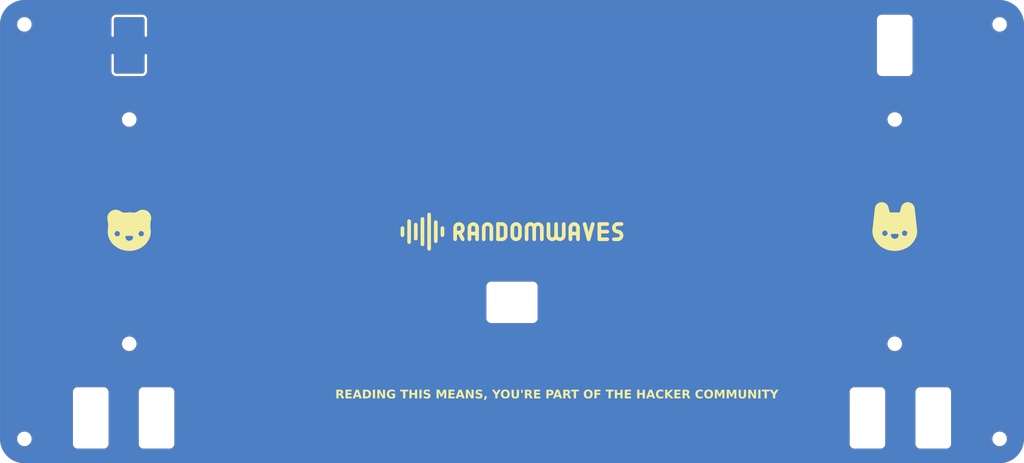
<source format=kicad_pcb>
(kicad_pcb (version 20240108) (generator "pcbnew") (generator_version "8.0")
  (layers (0 "F.Cu" signal) (31 "B.Cu" signal) (34 "B.Paste" user) (35 "F.Paste" user) (36 "B.SilkS" user "B.Silkscreen") (37 "F.SilkS" user "F.Silkscreen") (38 "B.Mask" user) (39 "F.Mask" user) (44 "Edge.Cuts" user))
  (net 0 "")
  (footprint "" (layer "F.Cu") (at 48.5011 147.5036)
    (property "Reference" "@HOLE1" (hide yes))
    (property "Value" "")
    (pad "" np_thru_hole circle (at 0 0) (size 2.5 2.5) (drill 2.5) (layers "*.Cu" "*.Mask"))
  )
  (footprint "" (layer "F.Cu") (at 48.5011 62.5036)
    (property "Reference" "@HOLE0" (hide yes))
    (property "Value" "")
    (pad "" np_thru_hole circle (at 0 0) (size 2.5 2.5) (drill 2.5) (layers "*.Cu" "*.Mask"))
  )
  (footprint "" (layer "F.Cu") (at 248.5011 147.5036)
    (property "Reference" "@HOLE3" (hide yes))
    (property "Value" "")
    (pad "" np_thru_hole circle (at 0 0) (size 2.5 2.5) (drill 2.5) (layers "*.Cu" "*.Mask"))
  )
  (footprint "" (layer "F.Cu") (at 248.5011 62.5036)
    (property "Reference" "@HOLE2" (hide yes))
    (property "Value" "")
    (pad "" np_thru_hole circle (at 0 0) (size 2.5 2.5) (drill 2.5) (layers "*.Cu" "*.Mask"))
  )
  (footprint "" (layer "F.Cu") (at 70.0011 82.0036)
    (property "Reference" "@HOLE4" (hide yes))
    (property "Value" "")
    (pad "" np_thru_hole circle (at 0 0) (size 2.5 2.5) (drill 2.5) (layers "*.Cu" "*.Mask"))
  )
  (footprint "" (layer "F.Cu") (at 227.0011 82.0036)
    (property "Reference" "@HOLE7" (hide yes))
    (property "Value" "")
    (pad "" np_thru_hole circle (at 0 0) (size 2.5 2.5) (drill 2.5) (layers "*.Cu" "*.Mask"))
  )
  (footprint "" (layer "F.Cu") (at 227.0011 128.0036)
    (property "Reference" "@HOLE6" (hide yes))
    (property "Value" "")
    (pad "" np_thru_hole circle (at 0 0) (size 2.5 2.5) (drill 2.5) (layers "*.Cu" "*.Mask"))
  )
  (footprint "" (layer "F.Cu") (at 70.0011 128.0036)
    (property "Reference" "@HOLE5" (hide yes))
    (property "Value" "")
    (pad "" np_thru_hole circle (at 0 0) (size 2.5 2.5) (drill 2.5) (layers "*.Cu" "*.Mask"))
  )
  (gr_arc (start 148.56144 104.222369) (mid 149.342715 103.441094) (end 150.12399 104.222369) (stroke (width 0.75)) (layer "F.SilkS"))
  (gr_line (start 160.475559 105.394218) (end 162.03799 105.394218) (stroke (width 0.75)) (layer "F.SilkS"))
  (gr_line (start 163.386631 103.4411) (end 164.223959 106.566068) (stroke (width 0.75)) (layer "F.SilkS"))
  (gr_line (start 145.631819 103.44116) (end 146.412982 103.44116) (stroke (width 0.75)) (layer "F.SilkS"))
  (gr_line (start 142.70215 106.56604) (end 142.702069 104.222369) (stroke (width 0.75)) (layer "F.SilkS"))
  (gr_arc (start 138.405191 104.417619) (mid 138.207121 104.937486) (end 137.713342 105.193759) (stroke (width 0.75)) (layer "F.SilkS"))
  (gr_arc (start 157.545881 105.784618) (mid 156.764611 106.565888) (end 155.983341 105.784618) (stroke (width 0.75)) (layer "F.SilkS"))
  (gr_line (start 148.56144 105.784831) (end 148.56144 104.222369) (stroke (width 0.75)) (layer "F.SilkS"))
  (gr_arc (start 146.412982 103.44116) (mid 146.965423 103.66999) (end 147.194251 104.222433) (stroke (width 0.75)) (layer "F.SilkS"))
  (gr_line (start 166.409881 106.56605) (end 166.409859 103.44116) (stroke (width 0.75)) (layer "F.SilkS"))
  (gr_line (start 138.405191 104.222369) (end 138.405191 104.417619) (stroke (width 0.75)) (layer "F.SilkS"))
  (gr_line (start 151.491218 106.56604) (end 151.49114 104.222369) (stroke (width 0.75)) (layer "F.SilkS"))
  (gr_line (start 139.77246 106.56604) (end 139.772382 104.222369) (stroke (width 0.75)) (layer "F.SilkS"))
  (gr_line (start 166.409868 105.003609) (end 168.037431 105.003609) (stroke (width 0.75)) (layer "F.SilkS"))
  (gr_line (start 166.409859 103.44116) (end 168.037418 103.44116) (stroke (width 0.75)) (layer "F.SilkS"))
  (gr_arc (start 150.12399 105.784831) (mid 149.342715 106.566106) (end 148.56144 105.784831) (stroke (width 0.75)) (layer "F.SilkS"))
  (gr_line (start 137.62391 105.19889) (end 136.842719 105.19889) (stroke (width 0.75)) (layer "F.SilkS"))
  (gr_line (start 134.238482 104.287432) (end 134.238482 105.719768) (stroke (width 0.75)) (layer "F.SilkS"))
  (gr_line (start 150.12399 104.222369) (end 150.12399 105.784831) (stroke (width 0.75)) (layer "F.SilkS"))
  (gr_line (start 145.631819 106.56604) (end 145.631819 103.44116) (stroke (width 0.75)) (layer "F.SilkS"))
  (gr_line (start 153.05369 104.222369) (end 153.05365 106.56604) (stroke (width 0.75)) (layer "F.SilkS"))
  (gr_line (start 136.842719 106.56604) (end 136.842641 104.222369) (stroke (width 0.75)) (layer "F.SilkS"))
  (gr_arc (start 153.05359 104.222519) (mid 153.834865 103.441244) (end 154.61614 104.222519) (stroke (width 0.75)) (layer "F.SilkS"))
  (gr_line (start 157.54579 105.784768) (end 157.545831 103.4411) (stroke (width 0.75)) (layer "F.SilkS"))
  (gr_arc (start 147.19425 105.784768) (mid 146.965422 106.33721) (end 146.412981 106.566039) (stroke (width 0.75)) (layer "F.SilkS"))
  (gr_arc (start 160.47549 104.222369) (mid 161.256765 103.441094) (end 162.03804 104.222369) (stroke (width 0.75)) (layer "F.SilkS"))
  (gr_line (start 154.61614 104.222519) (end 154.616109 106.56619) (stroke (width 0.75)) (layer "F.SilkS"))
  (gr_arc (start 142.702069 104.222369) (mid 143.483339 103.441099) (end 144.264609 104.222369) (stroke (width 0.75)) (layer "F.SilkS"))
  (gr_line (start 132.87125 103.050691) (end 132.87125 106.957059) (stroke (width 0.75)) (layer "F.SilkS"))
  (gr_arc (start 136.842641 104.222369) (mid 137.623916 103.441094) (end 138.405191 104.222369) (stroke (width 0.75)) (layer "F.SilkS"))
  (gr_arc (start 137.713341 105.193759) (mid 137.668699 105.197607) (end 137.62391 105.19889) (stroke (width 0.75)) (layer "F.SilkS"))
  (gr_line (start 144.26461 104.222369) (end 144.264582 106.56604) (stroke (width 0.75)) (layer "F.SilkS"))
  (gr_line (start 128.769569 103.57125) (end 128.769569 106.435918) (stroke (width 0.75)) (layer "F.SilkS"))
  (gr_line (start 131.504019 101.488241) (end 131.504019 108.5197) (stroke (width 0.75)) (layer "F.SilkS"))
  (gr_line (start 146.412982 106.56604) (end 145.631819 106.56604) (stroke (width 0.75)) (layer "F.SilkS"))
  (gr_arc (start 170.185859 105.00361) (mid 170.967088 105.784839) (end 170.185859 106.566068) (stroke (width 0.75)) (layer "F.SilkS"))
  (gr_line (start 130.136791 102.399632) (end 130.136791 107.608118) (stroke (width 0.75)) (layer "F.SilkS"))
  (gr_line (start 139.77245 105.394218) (end 141.334882 105.394218) (stroke (width 0.75)) (layer "F.SilkS"))
  (gr_line (start 137.713341 105.193759) (end 138.40386 106.56604) (stroke (width 0.75)) (layer "F.SilkS"))
  (gr_line (start 160.475581 106.56604) (end 160.47549 104.222369) (stroke (width 0.75)) (layer "F.SilkS"))
  (gr_line (start 141.334932 104.222369) (end 141.334891 106.56604) (stroke (width 0.75)) (layer "F.SilkS"))
  (gr_line (start 126.03511 104.287432) (end 126.03511 105.719768) (stroke (width 0.75)) (layer "F.SilkS"))
  (gr_line (start 127.402341 102.855382) (end 127.402341 107.152381) (stroke (width 0.75)) (layer "F.SilkS"))
  (gr_arc (start 159.10834 105.784768) (mid 158.327065 106.566043) (end 157.54579 105.784768) (stroke (width 0.75)) (layer "F.SilkS"))
  (gr_line (start 169.40465 106.566068) (end 170.185859 106.566068) (stroke (width 0.75)) (layer "F.SilkS"))
  (gr_arc (start 151.49114 104.222369) (mid 152.272415 103.441094) (end 153.05369 104.222369) (stroke (width 0.75)) (layer "F.SilkS"))
  (gr_line (start 159.108259 103.4411) (end 159.10834 105.784768) (stroke (width 0.75)) (layer "F.SilkS"))
  (gr_line (start 164.223959 106.566068) (end 165.06129 103.4411) (stroke (width 0.75)) (layer "F.SilkS"))
  (gr_line (start 162.03804 104.222369) (end 162.038009 106.56604) (stroke (width 0.75)) (layer "F.SilkS"))
  (gr_line (start 168.037418 106.566068) (end 166.409881 106.56605) (stroke (width 0.75)) (layer "F.SilkS"))
  (gr_line (start 147.19425 104.222432) (end 147.19425 105.784768) (stroke (width 0.75)) (layer "F.SilkS"))
  (gr_arc (start 139.772382 104.222369) (mid 140.553657 103.441094) (end 141.334932 104.222369) (stroke (width 0.75)) (layer "F.SilkS"))
  (gr_arc (start 170.185859 105.003609) (mid 169.404634 104.222384) (end 170.185859 103.441159) (stroke (width 0.75)) (layer "F.SilkS"))
  (gr_line (start 155.98334 105.784618) (end 155.983368 103.44095) (stroke (width 0.75)) (layer "F.SilkS"))
  (gr_line (start 170.185859 103.44116) (end 170.96709 103.44116) (stroke (width 0.75)) (layer "F.SilkS"))
  (gr_line (start 144.2511 123.7536) (end 152.7511 123.7536) (stroke (width 0.01)) (layer "Edge.Cuts"))
  (gr_arc (start 225.0511 148.5036) (mid 224.758207 149.210707) (end 224.0511 149.5036) (stroke (width 0.01)) (layer "Edge.Cuts"))
  (gr_line (start 229.6511 60.5036) (end 224.3511 60.5036) (stroke (width 0.01)) (layer "Edge.Cuts"))
  (gr_line (start 72.6511 60.5036) (end 67.3511 60.5036) (stroke (width 0.01)) (layer "Edge.Cuts"))
  (gr_line (start 59.4511 149.5036) (end 64.7511 149.5036) (stroke (width 0.01)) (layer "Edge.Cuts"))
  (gr_arc (start 79.2511 148.5036) (mid 78.958207 149.210707) (end 78.2511 149.5036) (stroke (width 0.01)) (layer "Edge.Cuts"))
  (gr_line (start 65.7511 148.5036) (end 65.7511 137.9036) (stroke (width 0.01)) (layer "Edge.Cuts"))
  (gr_arc (start 48.5011 152.5036) (mid 44.965566 151.039134) (end 43.5011 147.5036) (stroke (width 0.01)) (layer "Edge.Cuts"))
  (gr_line (start 72.6511 73.1036) (end 67.3511 73.1036) (stroke (width 0.01)) (layer "Edge.Cuts"))
  (gr_arc (start 232.2511 149.5036) (mid 231.543993 149.210707) (end 231.2511 148.5036) (stroke (width 0.01)) (layer "Edge.Cuts"))
  (gr_line (start 248.5011 57.5036) (end 48.5011 57.5036) (stroke (width 0.01)) (layer "Edge.Cuts"))
  (gr_arc (start 71.9511 137.9036) (mid 72.243993 137.196493) (end 72.9511 136.9036) (stroke (width 0.01)) (layer "Edge.Cuts"))
  (gr_line (start 66.8511 68.8036) (end 66.8511 72.1036) (stroke (width 0.01)) (layer "Edge.Cuts"))
  (gr_line (start 79.2511 148.5036) (end 79.2511 137.9036) (stroke (width 0.01)) (layer "Edge.Cuts"))
  (gr_arc (start 66.8511 64.8036) (mid 66.6011 65.0536) (end 66.3511 64.8036) (stroke (width 0.01)) (layer "Edge.Cuts"))
  (gr_arc (start 231.2511 137.9036) (mid 231.543993 137.196493) (end 232.2511 136.9036) (stroke (width 0.01)) (layer "Edge.Cuts"))
  (gr_line (start 253.5011 147.5036) (end 253.5011 62.5036) (stroke (width 0.01)) (layer "Edge.Cuts"))
  (gr_line (start 143.2511 116.2536) (end 143.2511 122.7536) (stroke (width 0.01)) (layer "Edge.Cuts"))
  (gr_arc (start 72.6511 60.5036) (mid 73.358207 60.796493) (end 73.6511 61.5036) (stroke (width 0.01)) (layer "Edge.Cuts"))
  (gr_line (start 64.7511 136.9036) (end 59.4511 136.9036) (stroke (width 0.01)) (layer "Edge.Cuts"))
  (gr_arc (start 58.4511 137.9036) (mid 58.743993 137.196493) (end 59.4511 136.9036) (stroke (width 0.01)) (layer "Edge.Cuts"))
  (gr_arc (start 248.5011 57.5036) (mid 252.036634 58.968066) (end 253.5011 62.5036) (stroke (width 0.01)) (layer "Edge.Cuts"))
  (gr_line (start 230.6511 72.1036) (end 230.6511 61.5036) (stroke (width 0.01)) (layer "Edge.Cuts"))
  (gr_line (start 71.9511 137.9036) (end 71.9511 148.5036) (stroke (width 0.01)) (layer "Edge.Cuts"))
  (gr_arc (start 153.7511 122.7536) (mid 153.458207 123.460707) (end 152.7511 123.7536) (stroke (width 0.01)) (layer "Edge.Cuts"))
  (gr_arc (start 218.7511 149.5036) (mid 218.043993 149.210707) (end 217.7511 148.5036) (stroke (width 0.01)) (layer "Edge.Cuts"))
  (gr_arc (start 73.1511 72.1036) (mid 73.004653 72.457153) (end 72.6511 72.6036) (stroke (width 0.01)) (layer "Edge.Cuts"))
  (gr_arc (start 152.7511 115.2536) (mid 153.458207 115.546493) (end 153.7511 116.2536) (stroke (width 0.01)) (layer "Edge.Cuts"))
  (gr_arc (start 217.7511 137.9036) (mid 218.043993 137.196493) (end 218.7511 136.9036) (stroke (width 0.01)) (layer "Edge.Cuts"))
  (gr_line (start 73.1511 61.5036) (end 73.1511 64.8036) (stroke (width 0.01)) (layer "Edge.Cuts"))
  (gr_line (start 67.3511 61.0036) (end 72.6511 61.0036) (stroke (width 0.01)) (layer "Edge.Cuts"))
  (gr_arc (start 144.2511 123.7536) (mid 143.543993 123.460707) (end 143.2511 122.7536) (stroke (width 0.01)) (layer "Edge.Cuts"))
  (gr_arc (start 230.6511 72.1036) (mid 230.358207 72.810707) (end 229.6511 73.1036) (stroke (width 0.01)) (layer "Edge.Cuts"))
  (gr_line (start 73.1511 72.1036) (end 73.1511 68.8036) (stroke (width 0.01)) (layer "Edge.Cuts"))
  (gr_arc (start 66.8511 61.5036) (mid 66.997547 61.150047) (end 67.3511 61.0036) (stroke (width 0.01)) (layer "Edge.Cuts"))
  (gr_arc (start 72.6511 61.0036) (mid 73.004653 61.150047) (end 73.1511 61.5036) (stroke (width 0.01)) (layer "Edge.Cuts"))
  (gr_arc (start 64.7511 136.9036) (mid 65.458207 137.196493) (end 65.7511 137.9036) (stroke (width 0.01)) (layer "Edge.Cuts"))
  (gr_arc (start 66.3511 61.5036) (mid 66.643993 60.796493) (end 67.3511 60.5036) (stroke (width 0.01)) (layer "Edge.Cuts"))
  (gr_arc (start 72.9511 149.5036) (mid 72.243993 149.210707) (end 71.9511 148.5036) (stroke (width 0.01)) (layer "Edge.Cuts"))
  (gr_line (start 223.3511 61.5036) (end 223.3511 72.1036) (stroke (width 0.01)) (layer "Edge.Cuts"))
  (gr_line (start 78.2511 136.9036) (end 72.9511 136.9036) (stroke (width 0.01)) (layer "Edge.Cuts"))
  (gr_line (start 237.5511 149.5036) (end 232.2511 149.5036) (stroke (width 0.01)) (layer "Edge.Cuts"))
  (gr_line (start 58.4511 137.9036) (end 58.4511 148.5036) (stroke (width 0.01)) (layer "Edge.Cuts"))
  (gr_line (start 231.2511 148.5036) (end 231.2511 137.9036) (stroke (width 0.01)) (layer "Edge.Cuts"))
  (gr_line (start 218.7511 136.9036) (end 224.0511 136.9036) (stroke (width 0.01)) (layer "Edge.Cuts"))
  (gr_line (start 67.3511 72.6036) (end 72.6511 72.6036) (stroke (width 0.01)) (layer "Edge.Cuts"))
  (gr_line (start 66.3511 72.1036) (end 66.3511 68.8036) (stroke (width 0.01)) (layer "Edge.Cuts"))
  (gr_arc (start 59.4511 149.5036) (mid 58.743993 149.210707) (end 58.4511 148.5036) (stroke (width 0.01)) (layer "Edge.Cuts"))
  (gr_line (start 224.0511 149.5036) (end 218.7511 149.5036) (stroke (width 0.01)) (layer "Edge.Cuts"))
  (gr_arc (start 78.2511 136.9036) (mid 78.958207 137.196493) (end 79.2511 137.9036) (stroke (width 0.01)) (layer "Edge.Cuts"))
  (gr_arc (start 224.0511 136.9036) (mid 224.758207 137.196493) (end 225.0511 137.9036) (stroke (width 0.01)) (layer "Edge.Cuts"))
  (gr_arc (start 73.6511 72.1036) (mid 73.358207 72.810707) (end 72.6511 73.1036) (stroke (width 0.01)) (layer "Edge.Cuts"))
  (gr_arc (start 67.3511 72.6036) (mid 66.997547 72.457153) (end 66.8511 72.1036) (stroke (width 0.01)) (layer "Edge.Cuts"))
  (gr_line (start 73.6511 68.8036) (end 73.6511 72.1036) (stroke (width 0.01)) (layer "Edge.Cuts"))
  (gr_line (start 153.7511 122.7536) (end 153.7511 116.2536) (stroke (width 0.01)) (layer "Edge.Cuts"))
  (gr_arc (start 43.5011 62.5036) (mid 44.965566 58.968066) (end 48.5011 57.5036) (stroke (width 0.01)) (layer "Edge.Cuts"))
  (gr_line (start 73.6511 64.8036) (end 73.6511 61.5036) (stroke (width 0.01)) (layer "Edge.Cuts"))
  (gr_line (start 238.5511 137.9036) (end 238.5511 148.5036) (stroke (width 0.01)) (layer "Edge.Cuts"))
  (gr_arc (start 66.3511 68.8036) (mid 66.6011 68.5536) (end 66.8511 68.8036) (stroke (width 0.01)) (layer "Edge.Cuts"))
  (gr_arc (start 253.5011 147.5036) (mid 252.036634 151.039134) (end 248.5011 152.5036) (stroke (width 0.01)) (layer "Edge.Cuts"))
  (gr_line (start 48.5011 152.5036) (end 248.5011 152.5036) (stroke (width 0.01)) (layer "Edge.Cuts"))
  (gr_line (start 72.9511 149.5036) (end 78.2511 149.5036) (stroke (width 0.01)) (layer "Edge.Cuts"))
  (gr_arc (start 143.2511 116.2536) (mid 143.543993 115.546493) (end 144.2511 115.2536) (stroke (width 0.01)) (layer "Edge.Cuts"))
  (gr_line (start 152.7511 115.2536) (end 144.2511 115.2536) (stroke (width 0.01)) (layer "Edge.Cuts"))
  (gr_line (start 66.3511 61.5036) (end 66.3511 64.8036) (stroke (width 0.01)) (layer "Edge.Cuts"))
  (gr_line (start 232.2511 136.9036) (end 237.5511 136.9036) (stroke (width 0.01)) (layer "Edge.Cuts"))
  (gr_line (start 225.0511 137.9036) (end 225.0511 148.5036) (stroke (width 0.01)) (layer "Edge.Cuts"))
  (gr_arc (start 238.5511 148.5036) (mid 238.258207 149.210707) (end 237.5511 149.5036) (stroke (width 0.01)) (layer "Edge.Cuts"))
  (gr_line (start 66.8511 64.8036) (end 66.8511 61.5036) (stroke (width 0.01)) (layer "Edge.Cuts"))
  (gr_line (start 217.7511 148.5036) (end 217.7511 137.9036) (stroke (width 0.01)) (layer "Edge.Cuts"))
  (gr_arc (start 223.3511 61.5036) (mid 223.643993 60.796493) (end 224.3511 60.5036) (stroke (width 0.01)) (layer "Edge.Cuts"))
  (gr_arc (start 237.5511 136.9036) (mid 238.258207 137.196493) (end 238.5511 137.9036) (stroke (width 0.01)) (layer "Edge.Cuts"))
  (gr_arc (start 229.6511 60.5036) (mid 230.358207 60.796493) (end 230.6511 61.5036) (stroke (width 0.01)) (layer "Edge.Cuts"))
  (gr_arc (start 224.3511 73.1036) (mid 223.643993 72.810707) (end 223.3511 72.1036) (stroke (width 0.01)) (layer "Edge.Cuts"))
  (gr_arc (start 73.6511 64.8036) (mid 73.4011 65.0536) (end 73.1511 64.8036) (stroke (width 0.01)) (layer "Edge.Cuts"))
  (gr_arc (start 65.7511 148.5036) (mid 65.458207 149.210707) (end 64.7511 149.5036) (stroke (width 0.01)) (layer "Edge.Cuts"))
  (gr_arc (start 67.3511 73.1036) (mid 66.643993 72.810707) (end 66.3511 72.1036) (stroke (width 0.01)) (layer "Edge.Cuts"))
  (gr_line (start 224.3511 73.1036) (end 229.6511 73.1036) (stroke (width 0.01)) (layer "Edge.Cuts"))
  (gr_arc (start 73.1511 68.8036) (mid 73.4011 68.5536) (end 73.6511 68.8036) (stroke (width 0.01)) (layer "Edge.Cuts"))
  (gr_line (start 43.5011 62.5036) (end 43.5011 147.5036) (stroke (width 0.01)) (layer "Edge.Cuts"))
  (gr_text "READING THIS MEANS, YOU'RE PART OF THE HACKER COMMUNITY" (at 112.25 139.5 0) (layer "F.SilkS") (effects (font (size 1.75 1.75) (thickness 0.3) (bold yes)) (justify left bottom)))
  (zone (net 0) (net_name "") (layer "F.Cu") (priority 6) (connect_pads (clearance 0.254)) (min_thickness 0.025) (fill yes (thermal_gap 0.075) (thermal_bridge_width 0.075))
    (polygon (pts (xy 227.651 79.576553) (xy 227.962603 79.682328) (xy 228.257363 79.827687) (xy 228.53063 80.010279) (xy 228.777725 80.226975) (xy 228.994421 80.47407) (xy 229.177013 80.747337) (xy 229.322372 81.042097) (xy 229.428015 81.35331) (xy 229.492132 81.67565) (xy 229.513654 82.004011) (xy 229.428147 82.6535) (xy 229.322372 82.965103) (xy 229.177013 83.259863) (xy 228.994421 83.53313) (xy 228.777725 83.780225) (xy 228.53063 83.996921) (xy 228.257363 84.179513) (xy 227.962603 84.324872) (xy 227.65139 84.430515) (xy 227.32905 84.494632) (xy 227.0011 84.516127) (xy 226.67315 84.494632) (xy 226.35081 84.430515) (xy 226.039597 84.324872) (xy 225.744837 84.179513) (xy 225.47157 83.996921) (xy 225.224475 83.780225) (xy 225.007779 83.53313) (xy 224.825187 83.259863) (xy 224.679828 82.965103) (xy 224.574185 82.65389) (xy 224.510068 82.33155) (xy 224.488573 82.0036) (xy 224.510068 81.67565) (xy 224.574185 81.35331) (xy 224.679828 81.042097) (xy 224.825187 80.747337) (xy 225.007779 80.47407) (xy 225.224475 80.226975) (xy 225.47157 80.010279) (xy 225.744837 79.827687) (xy 226.039597 79.682328) (xy 226.35081 79.576685) (xy 226.67315 79.512568) (xy 227.001511 79.491046)))
  )
  (zone (net 0) (net_name "") (layer "F.Cu") (priority 6) (connect_pads (clearance 0.254)) (min_thickness 0.025) (fill yes (thermal_gap 0.075) (thermal_bridge_width 0.075))
    (polygon (pts (xy 249.151 60.076553) (xy 249.462603 60.182328) (xy 249.757363 60.327687) (xy 250.03063 60.510279) (xy 250.277725 60.726975) (xy 250.494421 60.97407) (xy 250.677013 61.247337) (xy 250.822372 61.542097) (xy 250.928015 61.85331) (xy 250.992132 62.17565) (xy 251.013654 62.504011) (xy 250.928147 63.1535) (xy 250.822372 63.465103) (xy 250.677013 63.759863) (xy 250.494421 64.03313) (xy 250.277725 64.280225) (xy 250.03063 64.496921) (xy 249.757363 64.679513) (xy 249.462603 64.824872) (xy 249.15139 64.930515) (xy 248.82905 64.994632) (xy 248.5011 65.016127) (xy 248.17315 64.994632) (xy 247.85081 64.930515) (xy 247.539597 64.824872) (xy 247.244837 64.679513) (xy 246.97157 64.496921) (xy 246.724475 64.280225) (xy 246.507779 64.03313) (xy 246.325187 63.759863) (xy 246.179828 63.465103) (xy 246.074185 63.15389) (xy 246.010068 62.83155) (xy 245.988573 62.5036) (xy 246.010068 62.17565) (xy 246.074185 61.85331) (xy 246.179828 61.542097) (xy 246.325187 61.247337) (xy 246.507779 60.97407) (xy 246.724475 60.726975) (xy 246.97157 60.510279) (xy 247.244837 60.327687) (xy 247.539597 60.182328) (xy 247.85081 60.076685) (xy 248.17315 60.012568) (xy 248.501511 59.991046)))
  )
  (zone (net 0) (net_name "") (layer "F.Cu") (priority 6) (connect_pads (clearance 0.254)) (min_thickness 0.025) (fill yes (thermal_gap 0.075) (thermal_bridge_width 0.075))
    (polygon (pts (xy 70.651 79.576553) (xy 70.962603 79.682328) (xy 71.257363 79.827687) (xy 71.53063 80.010279) (xy 71.777725 80.226975) (xy 71.994421 80.47407) (xy 72.177013 80.747337) (xy 72.322372 81.042097) (xy 72.428015 81.35331) (xy 72.492132 81.67565) (xy 72.513654 82.004011) (xy 72.428147 82.6535) (xy 72.322372 82.965103) (xy 72.177013 83.259863) (xy 71.994421 83.53313) (xy 71.777725 83.780225) (xy 71.53063 83.996921) (xy 71.257363 84.179513) (xy 70.962603 84.324872) (xy 70.65139 84.430515) (xy 70.32905 84.494632) (xy 70.0011 84.516127) (xy 69.67315 84.494632) (xy 69.35081 84.430515) (xy 69.039597 84.324872) (xy 68.744837 84.179513) (xy 68.47157 83.996921) (xy 68.224475 83.780225) (xy 68.007779 83.53313) (xy 67.825187 83.259863) (xy 67.679828 82.965103) (xy 67.574185 82.65389) (xy 67.510068 82.33155) (xy 67.488573 82.0036) (xy 67.510068 81.67565) (xy 67.574185 81.35331) (xy 67.679828 81.042097) (xy 67.825187 80.747337) (xy 68.007779 80.47407) (xy 68.224475 80.226975) (xy 68.47157 80.010279) (xy 68.744837 79.827687) (xy 69.039597 79.682328) (xy 69.35081 79.576685) (xy 69.67315 79.512568) (xy 70.001511 79.491046)))
  )
  (zone (net 0) (net_name "") (layer "F.Cu") (priority 6) (connect_pads (clearance 0.254)) (min_thickness 0.025) (fill yes (thermal_gap 0.075) (thermal_bridge_width 0.075))
    (polygon (pts (xy 49.151 60.076553) (xy 49.462603 60.182328) (xy 49.757363 60.327687) (xy 50.03063 60.510279) (xy 50.277725 60.726975) (xy 50.494421 60.97407) (xy 50.677013 61.247337) (xy 50.822372 61.542097) (xy 50.928015 61.85331) (xy 50.992132 62.17565) (xy 51.013654 62.504011) (xy 50.928147 63.1535) (xy 50.822372 63.465103) (xy 50.677013 63.759863) (xy 50.494421 64.03313) (xy 50.277725 64.280225) (xy 50.03063 64.496921) (xy 49.757363 64.679513) (xy 49.462603 64.824872) (xy 49.15139 64.930515) (xy 48.82905 64.994632) (xy 48.5011 65.016127) (xy 48.17315 64.994632) (xy 47.85081 64.930515) (xy 47.539597 64.824872) (xy 47.244837 64.679513) (xy 46.97157 64.496921) (xy 46.724475 64.280225) (xy 46.507779 64.03313) (xy 46.325187 63.759863) (xy 46.179828 63.465103) (xy 46.074185 63.15389) (xy 46.010068 62.83155) (xy 45.988573 62.5036) (xy 46.010068 62.17565) (xy 46.074185 61.85331) (xy 46.179828 61.542097) (xy 46.325187 61.247337) (xy 46.507779 60.97407) (xy 46.724475 60.726975) (xy 46.97157 60.510279) (xy 47.244837 60.327687) (xy 47.539597 60.182328) (xy 47.85081 60.076685) (xy 48.17315 60.012568) (xy 48.501511 59.991046)))
  )
  (zone (net 0) (net_name "") (layer "F.Cu") (priority 4) (connect_pads (clearance 0.000001)) (min_thickness 0.025) (fill yes (thermal_gap 0.06) (thermal_bridge_width 0.06))
    (polygon (pts (xy 248.937315 57.517641) (xy 249.37021 57.574632) (xy 249.79649 57.669137) (xy 250.212913 57.800434) (xy 250.616306 57.967525) (xy 251.003602 58.169139) (xy 251.371853 58.40374) (xy 251.718255 58.669544) (xy 252.040173 58.964527) (xy 252.335156 59.286445) (xy 252.60096 59.632847) (xy 252.835561 60.001098) (xy 253.037175 60.388394) (xy 253.204266 60.791787) (xy 253.335563 61.20821) (xy 253.430068 61.63449) (xy 253.487059 62.067385) (xy 253.5061 62.503491) (xy 253.5061 147.503709) (xy 253.487059 147.939815) (xy 253.430068 148.37271) (xy 253.335563 148.79899) (xy 253.204266 149.215413) (xy 253.037175 149.618806) (xy 252.835561 150.006102) (xy 252.60096 150.374353) (xy 252.335156 150.720755) (xy 252.040173 151.042673) (xy 251.718255 151.337656) (xy 251.371853 151.60346) (xy 251.003602 151.838061) (xy 250.616306 152.039675) (xy 250.212913 152.206766) (xy 249.79649 152.338063) (xy 249.37021 152.432568) (xy 248.937315 152.489559) (xy 248.501209 152.5086) (xy 48.500991 152.5086) (xy 48.064885 152.489559) (xy 47.63199 152.432568) (xy 47.20571 152.338063) (xy 46.789287 152.206766) (xy 46.385894 152.039675) (xy 45.998598 151.838061) (xy 45.630347 151.60346) (xy 45.283945 151.337656) (xy 44.962027 151.042673) (xy 44.667044 150.720755) (xy 44.40124 150.374353) (xy 44.166639 150.006102) (xy 43.965025 149.618806) (xy 43.797934 149.215413) (xy 43.666637 148.79899) (xy 43.572132 148.37271) (xy 43.515141 147.939815) (xy 43.4961 147.503709) (xy 43.4961 62.503491) (xy 43.515141 62.067385) (xy 43.572132 61.63449) (xy 43.666637 61.20821) (xy 43.797934 60.791787) (xy 43.965025 60.388394) (xy 44.166639 60.001098) (xy 44.40124 59.632847) (xy 44.667044 59.286445) (xy 44.962027 58.964527) (xy 45.283945 58.669544) (xy 45.630347 58.40374) (xy 45.998598 58.169139) (xy 46.385894 57.967525) (xy 46.789287 57.800434) (xy 47.20571 57.669137) (xy 47.63199 57.574632) (xy 48.064885 57.517641) (xy 48.500991 57.4986) (xy 248.501209 57.4986)))
  )
  (zone (net 0) (net_name "") (layer "F.Cu") (priority 6) (connect_pads (clearance 0.254)) (min_thickness 0.025) (fill yes (thermal_gap 0.075) (thermal_bridge_width 0.075))
    (polygon (pts (xy 227.651 125.576553) (xy 227.962603 125.682328) (xy 228.257363 125.827687) (xy 228.53063 126.010279) (xy 228.777725 126.226975) (xy 228.994421 126.47407) (xy 229.177013 126.747337) (xy 229.322372 127.042097) (xy 229.428015 127.35331) (xy 229.492132 127.67565) (xy 229.513654 128.004011) (xy 229.428147 128.6535) (xy 229.322372 128.965103) (xy 229.177013 129.259863) (xy 228.994421 129.53313) (xy 228.777725 129.780225) (xy 228.53063 129.996921) (xy 228.257363 130.179513) (xy 227.962603 130.324872) (xy 227.65139 130.430515) (xy 227.32905 130.494632) (xy 227.0011 130.516127) (xy 226.67315 130.494632) (xy 226.35081 130.430515) (xy 226.039597 130.324872) (xy 225.744837 130.179513) (xy 225.47157 129.996921) (xy 225.224475 129.780225) (xy 225.007779 129.53313) (xy 224.825187 129.259863) (xy 224.679828 128.965103) (xy 224.574185 128.65389) (xy 224.510068 128.33155) (xy 224.488573 128.0036) (xy 224.510068 127.67565) (xy 224.574185 127.35331) (xy 224.679828 127.042097) (xy 224.825187 126.747337) (xy 225.007779 126.47407) (xy 225.224475 126.226975) (xy 225.47157 126.010279) (xy 225.744837 125.827687) (xy 226.039597 125.682328) (xy 226.35081 125.576685) (xy 226.67315 125.512568) (xy 227.001511 125.491046)))
  )
  (zone (net 0) (net_name "") (layer "F.Cu") (priority 6) (connect_pads (clearance 0.254)) (min_thickness 0.025) (fill yes (thermal_gap 0.075) (thermal_bridge_width 0.075))
    (polygon (pts (xy 49.151 145.076553) (xy 49.462603 145.182328) (xy 49.757363 145.327687) (xy 50.03063 145.510279) (xy 50.277725 145.726975) (xy 50.494421 145.97407) (xy 50.677013 146.247337) (xy 50.822372 146.542097) (xy 50.928015 146.85331) (xy 50.992132 147.17565) (xy 51.013654 147.504011) (xy 50.928147 148.1535) (xy 50.822372 148.465103) (xy 50.677013 148.759863) (xy 50.494421 149.03313) (xy 50.277725 149.280225) (xy 50.03063 149.496921) (xy 49.757363 149.679513) (xy 49.462603 149.824872) (xy 49.15139 149.930515) (xy 48.82905 149.994632) (xy 48.5011 150.016127) (xy 48.17315 149.994632) (xy 47.85081 149.930515) (xy 47.539597 149.824872) (xy 47.244837 149.679513) (xy 46.97157 149.496921) (xy 46.724475 149.280225) (xy 46.507779 149.03313) (xy 46.325187 148.759863) (xy 46.179828 148.465103) (xy 46.074185 148.15389) (xy 46.010068 147.83155) (xy 45.988573 147.5036) (xy 46.010068 147.17565) (xy 46.074185 146.85331) (xy 46.179828 146.542097) (xy 46.325187 146.247337) (xy 46.507779 145.97407) (xy 46.724475 145.726975) (xy 46.97157 145.510279) (xy 47.244837 145.327687) (xy 47.539597 145.182328) (xy 47.85081 145.076685) (xy 48.17315 145.012568) (xy 48.501511 144.991046)))
  )
  (zone (net 0) (net_name "") (layer "F.Cu") (priority 6) (connect_pads (clearance 0.254)) (min_thickness 0.025) (fill yes (thermal_gap 0.075) (thermal_bridge_width 0.075))
    (polygon (pts (xy 249.151 145.076553) (xy 249.462603 145.182328) (xy 249.757363 145.327687) (xy 250.03063 145.510279) (xy 250.277725 145.726975) (xy 250.494421 145.97407) (xy 250.677013 146.247337) (xy 250.822372 146.542097) (xy 250.928015 146.85331) (xy 250.992132 147.17565) (xy 251.013654 147.504011) (xy 250.928147 148.1535) (xy 250.822372 148.465103) (xy 250.677013 148.759863) (xy 250.494421 149.03313) (xy 250.277725 149.280225) (xy 250.03063 149.496921) (xy 249.757363 149.679513) (xy 249.462603 149.824872) (xy 249.15139 149.930515) (xy 248.82905 149.994632) (xy 248.5011 150.016127) (xy 248.17315 149.994632) (xy 247.85081 149.930515) (xy 247.539597 149.824872) (xy 247.244837 149.679513) (xy 246.97157 149.496921) (xy 246.724475 149.280225) (xy 246.507779 149.03313) (xy 246.325187 148.759863) (xy 246.179828 148.465103) (xy 246.074185 148.15389) (xy 246.010068 147.83155) (xy 245.988573 147.5036) (xy 246.010068 147.17565) (xy 246.074185 146.85331) (xy 246.179828 146.542097) (xy 246.325187 146.247337) (xy 246.507779 145.97407) (xy 246.724475 145.726975) (xy 246.97157 145.510279) (xy 247.244837 145.327687) (xy 247.539597 145.182328) (xy 247.85081 145.076685) (xy 248.17315 145.012568) (xy 248.501511 144.991046)))
  )
  (zone (net 0) (net_name "") (layer "F.Cu") (priority 6) (connect_pads (clearance 0.254)) (min_thickness 0.025) (fill yes (thermal_gap 0.075) (thermal_bridge_width 0.075))
    (polygon (pts (xy 70.651 125.576553) (xy 70.962603 125.682328) (xy 71.257363 125.827687) (xy 71.53063 126.010279) (xy 71.777725 126.226975) (xy 71.994421 126.47407) (xy 72.177013 126.747337) (xy 72.322372 127.042097) (xy 72.428015 127.35331) (xy 72.492132 127.67565) (xy 72.513654 128.004011) (xy 72.428147 128.6535) (xy 72.322372 128.965103) (xy 72.177013 129.259863) (xy 71.994421 129.53313) (xy 71.777725 129.780225) (xy 71.53063 129.996921) (xy 71.257363 130.179513) (xy 70.962603 130.324872) (xy 70.65139 130.430515) (xy 70.32905 130.494632) (xy 70.0011 130.516127) (xy 69.67315 130.494632) (xy 69.35081 130.430515) (xy 69.039597 130.324872) (xy 68.744837 130.179513) (xy 68.47157 129.996921) (xy 68.224475 129.780225) (xy 68.007779 129.53313) (xy 67.825187 129.259863) (xy 67.679828 128.965103) (xy 67.574185 128.65389) (xy 67.510068 128.33155) (xy 67.488573 128.0036) (xy 67.510068 127.67565) (xy 67.574185 127.35331) (xy 67.679828 127.042097) (xy 67.825187 126.747337) (xy 68.007779 126.47407) (xy 68.224475 126.226975) (xy 68.47157 126.010279) (xy 68.744837 125.827687) (xy 69.039597 125.682328) (xy 69.35081 125.576685) (xy 69.67315 125.512568) (xy 70.001511 125.491046)))
  )
  (zone (net 0) (net_name "") (layer "B.Cu") (priority 6) (connect_pads (clearance 0.254)) (min_thickness 0.025) (fill yes (thermal_gap 0.075) (thermal_bridge_width 0.075))
    (polygon (pts (xy 49.151 60.076553) (xy 49.462603 60.182328) (xy 49.757363 60.327687) (xy 50.03063 60.510279) (xy 50.277725 60.726975) (xy 50.494421 60.97407) (xy 50.677013 61.247337) (xy 50.822372 61.542097) (xy 50.928015 61.85331) (xy 50.992132 62.17565) (xy 51.013654 62.504011) (xy 50.928147 63.1535) (xy 50.822372 63.465103) (xy 50.677013 63.759863) (xy 50.494421 64.03313) (xy 50.277725 64.280225) (xy 50.03063 64.496921) (xy 49.757363 64.679513) (xy 49.462603 64.824872) (xy 49.15139 64.930515) (xy 48.82905 64.994632) (xy 48.5011 65.016127) (xy 48.17315 64.994632) (xy 47.85081 64.930515) (xy 47.539597 64.824872) (xy 47.244837 64.679513) (xy 46.97157 64.496921) (xy 46.724475 64.280225) (xy 46.507779 64.03313) (xy 46.325187 63.759863) (xy 46.179828 63.465103) (xy 46.074185 63.15389) (xy 46.010068 62.83155) (xy 45.988573 62.5036) (xy 46.010068 62.17565) (xy 46.074185 61.85331) (xy 46.179828 61.542097) (xy 46.325187 61.247337) (xy 46.507779 60.97407) (xy 46.724475 60.726975) (xy 46.97157 60.510279) (xy 47.244837 60.327687) (xy 47.539597 60.182328) (xy 47.85081 60.076685) (xy 48.17315 60.012568) (xy 48.501511 59.991046)))
  )
  (zone (net 0) (net_name "") (layer "B.Cu") (priority 6) (connect_pads (clearance 0.254)) (min_thickness 0.025) (fill yes (thermal_gap 0.075) (thermal_bridge_width 0.075))
    (polygon (pts (xy 227.651 125.576553) (xy 227.962603 125.682328) (xy 228.257363 125.827687) (xy 228.53063 126.010279) (xy 228.777725 126.226975) (xy 228.994421 126.47407) (xy 229.177013 126.747337) (xy 229.322372 127.042097) (xy 229.428015 127.35331) (xy 229.492132 127.67565) (xy 229.513654 128.004011) (xy 229.428147 128.6535) (xy 229.322372 128.965103) (xy 229.177013 129.259863) (xy 228.994421 129.53313) (xy 228.777725 129.780225) (xy 228.53063 129.996921) (xy 228.257363 130.179513) (xy 227.962603 130.324872) (xy 227.65139 130.430515) (xy 227.32905 130.494632) (xy 227.0011 130.516127) (xy 226.67315 130.494632) (xy 226.35081 130.430515) (xy 226.039597 130.324872) (xy 225.744837 130.179513) (xy 225.47157 129.996921) (xy 225.224475 129.780225) (xy 225.007779 129.53313) (xy 224.825187 129.259863) (xy 224.679828 128.965103) (xy 224.574185 128.65389) (xy 224.510068 128.33155) (xy 224.488573 128.0036) (xy 224.510068 127.67565) (xy 224.574185 127.35331) (xy 224.679828 127.042097) (xy 224.825187 126.747337) (xy 225.007779 126.47407) (xy 225.224475 126.226975) (xy 225.47157 126.010279) (xy 225.744837 125.827687) (xy 226.039597 125.682328) (xy 226.35081 125.576685) (xy 226.67315 125.512568) (xy 227.001511 125.491046)))
  )
  (zone (net 0) (net_name "") (layer "B.Cu") (priority 6) (connect_pads (clearance 0.254)) (min_thickness 0.025) (fill yes (thermal_gap 0.075) (thermal_bridge_width 0.075))
    (polygon (pts (xy 249.151 60.076553) (xy 249.462603 60.182328) (xy 249.757363 60.327687) (xy 250.03063 60.510279) (xy 250.277725 60.726975) (xy 250.494421 60.97407) (xy 250.677013 61.247337) (xy 250.822372 61.542097) (xy 250.928015 61.85331) (xy 250.992132 62.17565) (xy 251.013654 62.504011) (xy 250.928147 63.1535) (xy 250.822372 63.465103) (xy 250.677013 63.759863) (xy 250.494421 64.03313) (xy 250.277725 64.280225) (xy 250.03063 64.496921) (xy 249.757363 64.679513) (xy 249.462603 64.824872) (xy 249.15139 64.930515) (xy 248.82905 64.994632) (xy 248.5011 65.016127) (xy 248.17315 64.994632) (xy 247.85081 64.930515) (xy 247.539597 64.824872) (xy 247.244837 64.679513) (xy 246.97157 64.496921) (xy 246.724475 64.280225) (xy 246.507779 64.03313) (xy 246.325187 63.759863) (xy 246.179828 63.465103) (xy 246.074185 63.15389) (xy 246.010068 62.83155) (xy 245.988573 62.5036) (xy 246.010068 62.17565) (xy 246.074185 61.85331) (xy 246.179828 61.542097) (xy 246.325187 61.247337) (xy 246.507779 60.97407) (xy 246.724475 60.726975) (xy 246.97157 60.510279) (xy 247.244837 60.327687) (xy 247.539597 60.182328) (xy 247.85081 60.076685) (xy 248.17315 60.012568) (xy 248.501511 59.991046)))
  )
  (zone (net 0) (net_name "") (layer "B.Cu") (priority 4) (connect_pads (clearance 0.000001)) (min_thickness 0.025) (fill yes (thermal_gap 0.06) (thermal_bridge_width 0.06))
    (polygon (pts (xy 248.937315 57.517641) (xy 249.37021 57.574632) (xy 249.79649 57.669137) (xy 250.212913 57.800434) (xy 250.616306 57.967525) (xy 251.003602 58.169139) (xy 251.371853 58.40374) (xy 251.718255 58.669544) (xy 252.040173 58.964527) (xy 252.335156 59.286445) (xy 252.60096 59.632847) (xy 252.835561 60.001098) (xy 253.037175 60.388394) (xy 253.204266 60.791787) (xy 253.335563 61.20821) (xy 253.430068 61.63449) (xy 253.487059 62.067385) (xy 253.5061 62.503491) (xy 253.5061 147.503709) (xy 253.487059 147.939815) (xy 253.430068 148.37271) (xy 253.335563 148.79899) (xy 253.204266 149.215413) (xy 253.037175 149.618806) (xy 252.835561 150.006102) (xy 252.60096 150.374353) (xy 252.335156 150.720755) (xy 252.040173 151.042673) (xy 251.718255 151.337656) (xy 251.371853 151.60346) (xy 251.003602 151.838061) (xy 250.616306 152.039675) (xy 250.212913 152.206766) (xy 249.79649 152.338063) (xy 249.37021 152.432568) (xy 248.937315 152.489559) (xy 248.501209 152.5086) (xy 48.500991 152.5086) (xy 48.064885 152.489559) (xy 47.63199 152.432568) (xy 47.20571 152.338063) (xy 46.789287 152.206766) (xy 46.385894 152.039675) (xy 45.998598 151.838061) (xy 45.630347 151.60346) (xy 45.283945 151.337656) (xy 44.962027 151.042673) (xy 44.667044 150.720755) (xy 44.40124 150.374353) (xy 44.166639 150.006102) (xy 43.965025 149.618806) (xy 43.797934 149.215413) (xy 43.666637 148.79899) (xy 43.572132 148.37271) (xy 43.515141 147.939815) (xy 43.4961 147.503709) (xy 43.4961 62.503491) (xy 43.515141 62.067385) (xy 43.572132 61.63449) (xy 43.666637 61.20821) (xy 43.797934 60.791787) (xy 43.965025 60.388394) (xy 44.166639 60.001098) (xy 44.40124 59.632847) (xy 44.667044 59.286445) (xy 44.962027 58.964527) (xy 45.283945 58.669544) (xy 45.630347 58.40374) (xy 45.998598 58.169139) (xy 46.385894 57.967525) (xy 46.789287 57.800434) (xy 47.20571 57.669137) (xy 47.63199 57.574632) (xy 48.064885 57.517641) (xy 48.500991 57.4986) (xy 248.501209 57.4986)))
  )
  (zone (net 0) (net_name "") (layer "B.Cu") (priority 6) (connect_pads (clearance 0.254)) (min_thickness 0.025) (fill yes (thermal_gap 0.075) (thermal_bridge_width 0.075))
    (polygon (pts (xy 70.651 125.576553) (xy 70.962603 125.682328) (xy 71.257363 125.827687) (xy 71.53063 126.010279) (xy 71.777725 126.226975) (xy 71.994421 126.47407) (xy 72.177013 126.747337) (xy 72.322372 127.042097) (xy 72.428015 127.35331) (xy 72.492132 127.67565) (xy 72.513654 128.004011) (xy 72.428147 128.6535) (xy 72.322372 128.965103) (xy 72.177013 129.259863) (xy 71.994421 129.53313) (xy 71.777725 129.780225) (xy 71.53063 129.996921) (xy 71.257363 130.179513) (xy 70.962603 130.324872) (xy 70.65139 130.430515) (xy 70.32905 130.494632) (xy 70.0011 130.516127) (xy 69.67315 130.494632) (xy 69.35081 130.430515) (xy 69.039597 130.324872) (xy 68.744837 130.179513) (xy 68.47157 129.996921) (xy 68.224475 129.780225) (xy 68.007779 129.53313) (xy 67.825187 129.259863) (xy 67.679828 128.965103) (xy 67.574185 128.65389) (xy 67.510068 128.33155) (xy 67.488573 128.0036) (xy 67.510068 127.67565) (xy 67.574185 127.35331) (xy 67.679828 127.042097) (xy 67.825187 126.747337) (xy 68.007779 126.47407) (xy 68.224475 126.226975) (xy 68.47157 126.010279) (xy 68.744837 125.827687) (xy 69.039597 125.682328) (xy 69.35081 125.576685) (xy 69.67315 125.512568) (xy 70.001511 125.491046)))
  )
  (zone (net 0) (net_name "") (layer "B.Cu") (priority 6) (connect_pads (clearance 0.254)) (min_thickness 0.025) (fill yes (thermal_gap 0.075) (thermal_bridge_width 0.075))
    (polygon (pts (xy 70.651 79.576553) (xy 70.962603 79.682328) (xy 71.257363 79.827687) (xy 71.53063 80.010279) (xy 71.777725 80.226975) (xy 71.994421 80.47407) (xy 72.177013 80.747337) (xy 72.322372 81.042097) (xy 72.428015 81.35331) (xy 72.492132 81.67565) (xy 72.513654 82.004011) (xy 72.428147 82.6535) (xy 72.322372 82.965103) (xy 72.177013 83.259863) (xy 71.994421 83.53313) (xy 71.777725 83.780225) (xy 71.53063 83.996921) (xy 71.257363 84.179513) (xy 70.962603 84.324872) (xy 70.65139 84.430515) (xy 70.32905 84.494632) (xy 70.0011 84.516127) (xy 69.67315 84.494632) (xy 69.35081 84.430515) (xy 69.039597 84.324872) (xy 68.744837 84.179513) (xy 68.47157 83.996921) (xy 68.224475 83.780225) (xy 68.007779 83.53313) (xy 67.825187 83.259863) (xy 67.679828 82.965103) (xy 67.574185 82.65389) (xy 67.510068 82.33155) (xy 67.488573 82.0036) (xy 67.510068 81.67565) (xy 67.574185 81.35331) (xy 67.679828 81.042097) (xy 67.825187 80.747337) (xy 68.007779 80.47407) (xy 68.224475 80.226975) (xy 68.47157 80.010279) (xy 68.744837 79.827687) (xy 69.039597 79.682328) (xy 69.35081 79.576685) (xy 69.67315 79.512568) (xy 70.001511 79.491046)))
  )
  (zone (net 0) (net_name "") (layer "B.Cu") (priority 6) (connect_pads (clearance 0.254)) (min_thickness 0.025) (fill yes (thermal_gap 0.075) (thermal_bridge_width 0.075))
    (polygon (pts (xy 227.651 79.576553) (xy 227.962603 79.682328) (xy 228.257363 79.827687) (xy 228.53063 80.010279) (xy 228.777725 80.226975) (xy 228.994421 80.47407) (xy 229.177013 80.747337) (xy 229.322372 81.042097) (xy 229.428015 81.35331) (xy 229.492132 81.67565) (xy 229.513654 82.004011) (xy 229.428147 82.6535) (xy 229.322372 82.965103) (xy 229.177013 83.259863) (xy 228.994421 83.53313) (xy 228.777725 83.780225) (xy 228.53063 83.996921) (xy 228.257363 84.179513) (xy 227.962603 84.324872) (xy 227.65139 84.430515) (xy 227.32905 84.494632) (xy 227.0011 84.516127) (xy 226.67315 84.494632) (xy 226.35081 84.430515) (xy 226.039597 84.324872) (xy 225.744837 84.179513) (xy 225.47157 83.996921) (xy 225.224475 83.780225) (xy 225.007779 83.53313) (xy 224.825187 83.259863) (xy 224.679828 82.965103) (xy 224.574185 82.65389) (xy 224.510068 82.33155) (xy 224.488573 82.0036) (xy 224.510068 81.67565) (xy 224.574185 81.35331) (xy 224.679828 81.042097) (xy 224.825187 80.747337) (xy 225.007779 80.47407) (xy 225.224475 80.226975) (xy 225.47157 80.010279) (xy 225.744837 79.827687) (xy 226.039597 79.682328) (xy 226.35081 79.576685) (xy 226.67315 79.512568) (xy 227.001511 79.491046)))
  )
  (zone (net 0) (net_name "") (layer "B.Cu") (priority 6) (connect_pads (clearance 0.254)) (min_thickness 0.025) (fill yes (thermal_gap 0.075) (thermal_bridge_width 0.075))
    (polygon (pts (xy 49.151 145.076553) (xy 49.462603 145.182328) (xy 49.757363 145.327687) (xy 50.03063 145.510279) (xy 50.277725 145.726975) (xy 50.494421 145.97407) (xy 50.677013 146.247337) (xy 50.822372 146.542097) (xy 50.928015 146.85331) (xy 50.992132 147.17565) (xy 51.013654 147.504011) (xy 50.928147 148.1535) (xy 50.822372 148.465103) (xy 50.677013 148.759863) (xy 50.494421 149.03313) (xy 50.277725 149.280225) (xy 50.03063 149.496921) (xy 49.757363 149.679513) (xy 49.462603 149.824872) (xy 49.15139 149.930515) (xy 48.82905 149.994632) (xy 48.5011 150.016127) (xy 48.17315 149.994632) (xy 47.85081 149.930515) (xy 47.539597 149.824872) (xy 47.244837 149.679513) (xy 46.97157 149.496921) (xy 46.724475 149.280225) (xy 46.507779 149.03313) (xy 46.325187 148.759863) (xy 46.179828 148.465103) (xy 46.074185 148.15389) (xy 46.010068 147.83155) (xy 45.988573 147.5036) (xy 46.010068 147.17565) (xy 46.074185 146.85331) (xy 46.179828 146.542097) (xy 46.325187 146.247337) (xy 46.507779 145.97407) (xy 46.724475 145.726975) (xy 46.97157 145.510279) (xy 47.244837 145.327687) (xy 47.539597 145.182328) (xy 47.85081 145.076685) (xy 48.17315 145.012568) (xy 48.501511 144.991046)))
  )
  (zone (net 0) (net_name "") (layer "B.Cu") (priority 6) (connect_pads (clearance 0.254)) (min_thickness 0.025) (fill yes (thermal_gap 0.075) (thermal_bridge_width 0.075))
    (polygon (pts (xy 249.151 145.076553) (xy 249.462603 145.182328) (xy 249.757363 145.327687) (xy 250.03063 145.510279) (xy 250.277725 145.726975) (xy 250.494421 145.97407) (xy 250.677013 146.247337) (xy 250.822372 146.542097) (xy 250.928015 146.85331) (xy 250.992132 147.17565) (xy 251.013654 147.504011) (xy 250.928147 148.1535) (xy 250.822372 148.465103) (xy 250.677013 148.759863) (xy 250.494421 149.03313) (xy 250.277725 149.280225) (xy 250.03063 149.496921) (xy 249.757363 149.679513) (xy 249.462603 149.824872) (xy 249.15139 149.930515) (xy 248.82905 149.994632) (xy 248.5011 150.016127) (xy 248.17315 149.994632) (xy 247.85081 149.930515) (xy 247.539597 149.824872) (xy 247.244837 149.679513) (xy 246.97157 149.496921) (xy 246.724475 149.280225) (xy 246.507779 149.03313) (xy 246.325187 148.759863) (xy 246.179828 148.465103) (xy 246.074185 148.15389) (xy 246.010068 147.83155) (xy 245.988573 147.5036) (xy 246.010068 147.17565) (xy 246.074185 146.85331) (xy 246.179828 146.542097) (xy 246.325187 146.247337) (xy 246.507779 145.97407) (xy 246.724475 145.726975) (xy 246.97157 145.510279) (xy 247.244837 145.327687) (xy 247.539597 145.182328) (xy 247.85081 145.076685) (xy 248.17315 145.012568) (xy 248.501511 144.991046)))
  )
  (zone (net 0) (net_name "") (layer "F.SilkS") (priority 6) (connect_pads (clearance 0.000001)) (min_thickness 0.025) (fill yes (thermal_gap 0.06) (thermal_bridge_width 0.06))
    (polygon (pts (xy 228.672465 105.742438) (xy 228.802888 105.826463) (xy 228.951727 105.870257) (xy 229.106872 105.870257) (xy 229.255355 105.826568) (xy 229.489921 105.62274) (xy 231.513094 105.62274) (xy 231.470178 105.805185) (xy 231.420081 105.979358) (xy 231.361599 106.150897) (xy 231.294873 106.31964) (xy 230.858365 107.092768) (xy 230.263698 107.753391) (xy 229.918881 108.034419) (xy 229.547821 108.279697) (xy 228.744783 108.660354) (xy 228.320717 108.794429) (xy 227.886531 108.890248) (xy 227.445471 108.947706) (xy 227.000993 108.966916) (xy 226.115774 108.890303) (xy 225.681311 108.794452) (xy 225.257185 108.660389) (xy 224.846725 108.488292) (xy 224.453741 108.27932) (xy 224.08271 108.033881) (xy 223.7378 107.752681) (xy 223.143256 107.091795) (xy 222.706596 106.318522) (xy 222.581934 105.978834) (xy 222.531996 105.804885) (xy 222.489198 105.62274) (xy 224.508449 105.62274) (xy 224.510806 105.620547) (xy 224.616166 105.742312) (xy 224.746617 105.826236) (xy 224.89544 105.869973) (xy 225.050558 105.869973) (xy 225.199024 105.826341) (xy 225.433714 105.62274) (xy 226.229068 105.62274) (xy 226.215905 105.67458) (xy 226.213261 105.721055) (xy 226.238555 105.891542) (xy 226.300269 106.052424) (xy 226.395464 106.196059) (xy 226.51959 106.315582) (xy 226.666717 106.405281) (xy 226.829821 106.460876) (xy 227.001103 106.479706) (xy 227.172385 106.460876) (xy 227.33549 106.405281) (xy 227.482616 106.315583) (xy 227.606742 106.19606) (xy 227.701938 106.052424) (xy 227.763652 105.891543) (xy 227.788911 105.721295) (xy 227.773739 105.62274) (xy 228.561809 105.62274) (xy 228.561809 105.614299)))
  )
  (zone (net 0) (net_name "") (layer "F.SilkS") (priority 6) (connect_pads (clearance 0.000001)) (min_thickness 0.025) (fill yes (thermal_gap 0.06) (thermal_bridge_width 0.06))
    (polygon (pts (xy 67.590179 100.544861) (xy 67.83622 100.616112) (xy 68.069101 100.72279) (xy 68.283203 100.862216) (xy 68.701826 101.070946) (xy 68.932377 101.11403) (xy 69.167386 101.115199) (xy 70.000743 101.043609) (xy 70.419443 101.06156) (xy 70.834195 101.11517) (xy 71.299952 101.070879) (xy 71.718165 100.862213) (xy 71.932278 100.722929) (xy 72.165147 100.61638) (xy 72.411154 100.545238) (xy 72.664949 100.511052) (xy 72.921012 100.514566) (xy 73.173773 100.555703) (xy 73.417735 100.633568) (xy 73.647592 100.746468) (xy 73.858345 100.891947) (xy 74.045408 101.066842) (xy 74.204714 101.267347) (xy 74.332797 101.489102) (xy 74.426871 101.727284) (xy 74.484892 101.976711) (xy 74.505597 102.23196) (xy 74.488533 102.487478) (xy 74.424269 102.782771) (xy 74.424269 102.772472) (xy 74.419222 102.79039) (xy 74.405809 102.843483) (xy 74.393868 102.896842) (xy 74.383436 102.950368) (xy 74.323731 103.811493) (xy 74.35157 104.244551) (xy 74.397554 104.676379) (xy 74.402443 104.71824) (xy 74.406525 104.760314) (xy 74.412047 104.844628) (xy 74.415302 105.044267) (xy 74.40745 105.243808) (xy 74.387482 105.449265) (xy 74.355874 105.653283) (xy 74.287715 105.950481) (xy 72.636756 105.950481) (xy 72.882906 105.774989) (xy 72.958269 105.652943) (xy 72.999066 105.515065) (xy 73.002257 105.371318) (xy 72.967617 105.23177) (xy 72.897575 105.106198) (xy 72.79704 105.003408) (xy 72.673053 104.930596) (xy 72.534308 104.892868) (xy 72.390525 104.892868) (xy 72.25178 104.930596) (xy 72.127793 105.003408) (xy 72.027258 105.106198) (xy 71.957216 105.231769) (xy 71.922576 105.371318) (xy 71.925767 105.515064) (xy 71.966564 105.652943) (xy 72.042107 105.775279) (xy 72.147104 105.873509) (xy 72.292593 105.950481) (xy 70.720012 105.950481) (xy 70.542783 105.876768) (xy 69.458425 105.876768) (xy 69.3639 105.895644) (xy 69.282182 105.950481) (xy 67.709025 105.950481) (xy 67.854665 105.873492) (xy 67.959786 105.775205) (xy 68.035431 105.652774) (xy 68.076296 105.514788) (xy 68.079518 105.37091) (xy 68.04487 105.231231) (xy 67.974783 105.10554) (xy 67.874164 105.002644) (xy 67.750077 104.929762) (xy 67.611205 104.891995) (xy 67.467295 104.891995) (xy 67.328423 104.929763) (xy 67.204336 105.002644) (xy 67.103718 105.105541) (xy 67.03363 105.231231) (xy 66.998983 105.370911) (xy 67.002206 105.514789) (xy 67.04307 105.652775) (xy 67.118716 105.775205) (xy 67.223836 105.873492) (xy 67.369476 105.950481) (xy 65.71411 105.950481) (xy 65.694013 105.873778) (xy 65.676408 105.800374) (xy 65.660343 105.726619) (xy 65.645831 105.652531) (xy 65.628525 105.550868) (xy 65.614103 105.448708) (xy 65.59426 105.243459) (xy 65.586282 105.044133) (xy 65.586571 104.944327) (xy 65.589665 104.844591) (xy 65.595186 104.76029) (xy 65.604143 104.676424) (xy 65.677868 103.811428) (xy 65.618266 102.950372) (xy 65.607644 102.896895) (xy 65.595607 102.843525) (xy 65.567174 102.737283) (xy 65.49549 102.232056) (xy 65.516121 101.97655) (xy 65.574079 101.727042) (xy 65.66812 101.488779) (xy 65.796194 101.266946) (xy 65.955515 101.066371) (xy 66.142614 100.891422) (xy 66.353419 100.745908) (xy 66.58334 100.632994) (xy 66.827373 100.55514) (xy 67.080204 100.51404) (xy 67.336331 100.510589)))
  )
  (zone (net 0) (net_name "") (layer "F.SilkS") (priority 6) (connect_pads (clearance 0.000001)) (min_thickness 0.025) (fill yes (thermal_gap 0.06) (thermal_bridge_width 0.06))
    (polygon (pts (xy 67.475052 105.970531) (xy 67.728887 105.940481) (xy 69.289896 105.940481) (xy 69.229756 106.032587) (xy 69.212874 106.131114) (xy 69.238126 106.301322) (xy 69.29984 106.462205) (xy 69.395036 106.605841) (xy 69.519164 106.725365) (xy 69.666291 106.815064) (xy 69.829397 106.87066) (xy 70.00068 106.88949) (xy 70.171964 106.87066) (xy 70.335069 106.815064) (xy 70.482197 106.725365) (xy 70.606325 106.605842) (xy 70.701521 106.462205) (xy 70.763235 106.301322) (xy 70.788409 106.131639) (xy 70.713687 105.940481) (xy 72.273043 105.940481) (xy 72.398497 105.970638) (xy 72.526334 105.970638) (xy 72.651789 105.940481) (xy 74.290557 105.940481) (xy 74.202373 106.219365) (xy 74.151331 106.352987) (xy 74.095081 106.484693) (xy 73.667826 107.208651) (xy 73.096633 107.826741) (xy 72.414949 108.319371) (xy 72.04175 108.515049) (xy 71.652404 108.676157) (xy 70.839375 108.891676) (xy 70.421558 108.945591) (xy 70.000667 108.963601) (xy 69.16228 108.891676) (xy 68.348956 108.676156) (xy 67.959573 108.51483) (xy 67.586311 108.31903) (xy 66.904471 107.826466) (xy 66.602969 107.53178) (xy 66.333081 107.207848) (xy 65.905928 106.483627) (xy 65.849916 106.352154) (xy 65.799076 106.218841) (xy 65.753445 106.083662) (xy 65.711284 105.940481) (xy 67.349911 105.940481)))
  )
  (zone (net 0) (net_name "") (layer "F.SilkS") (priority 6) (connect_pads (clearance 0.000001)) (min_thickness 0.025) (fill yes (thermal_gap 0.06) (thermal_bridge_width 0.06))
    (polygon (pts (xy 224.598785 98.981806) (xy 224.826718 99.044974) (xy 225.041022 99.14506) (xy 225.235764 99.279294) (xy 225.405555 99.443959) (xy 225.545692 99.634499) (xy 225.652296 99.845636) (xy 225.72235 100.071312) (xy 225.724261 100.079706) (xy 225.726145 100.087886) (xy 225.726146 100.087885) (xy 225.728094 100.096082) (xy 225.730135 100.104211) (xy 225.731705 100.110669) (xy 225.817995 100.472381) (xy 225.817994 100.472382) (xy 225.905725 100.840057) (xy 225.95453 100.950196) (xy 226.039032 101.034709) (xy 226.269981 101.089548) (xy 226.756508 101.045784) (xy 227.732577 101.089595) (xy 227.85317 101.083622) (xy 227.96248 101.035187) (xy 228.096951 100.839596) (xy 228.184276 100.472352) (xy 228.272074 100.104221) (xy 228.274118 100.096082) (xy 228.276066 100.087885) (xy 228.277948 100.079707) (xy 228.279858 100.071312) (xy 228.349943 99.845667) (xy 228.456568 99.634565) (xy 228.596715 99.444062) (xy 228.766506 99.279429) (xy 228.961241 99.145224) (xy 229.175532 99.04516) (xy 229.403445 98.982007) (xy 229.638674 98.957514) (xy 229.874709 98.972357) (xy 230.105017 99.026127) (xy 230.323224 99.117334) (xy 230.52329 99.243455) (xy 230.699679 99.400999) (xy 230.847507 99.585605) (xy 230.962685 99.792165) (xy 231.042023 100.014962) (xy 231.083281 100.247571) (xy 231.327236 102.392795) (xy 231.571201 104.537875) (xy 231.572296 104.54827) (xy 231.573455 104.558707) (xy 231.575441 104.579622) (xy 231.583325 104.681941) (xy 231.587968 104.78453) (xy 231.587809 104.989773) (xy 231.574501 105.208482) (xy 231.556464 105.368561) (xy 231.531387 105.527632) (xy 231.52188 105.578286) (xy 231.510871 105.63274) (xy 229.48394 105.63274) (xy 229.548969 105.493362) (xy 229.573391 105.350149) (xy 229.559069 105.205575) (xy 229.507024 105.06994) (xy 229.42096 104.952898) (xy 229.307008 104.862781) (xy 229.17328 104.806011) (xy 229.0293 104.786627) (xy 228.885319 104.806011) (xy 228.751591 104.862781) (xy 228.637639 104.952898) (xy 228.551575 105.06994) (xy 228.49953 105.205575) (xy 228.485208 105.350149) (xy 228.50963 105.493362) (xy 228.574659 105.63274) (xy 227.774568 105.63274) (xy 227.774568 105.629146) (xy 227.72288 105.544618) (xy 227.641569 105.487356) (xy 227.543695 105.46699) (xy 226.458514 105.46699) (xy 226.36114 105.487187) (xy 226.224807 105.63274) (xy 225.42351 105.63274) (xy 225.431424 105.624824) (xy 225.492757 105.493342) (xy 225.51717 105.350114) (xy 225.502838 105.205525) (xy 225.450781 105.069879) (xy 225.364704 104.952829) (xy 225.250737 104.862706) (xy 225.116995 104.805933) (xy 224.972999 104.786547) (xy 224.829003 104.805933) (xy 224.695262 104.862707) (xy 224.581295 104.95283) (xy 224.495218 105.06988) (xy 224.443161 105.205526) (xy 224.428829 105.350115) (xy 224.453243 105.493343) (xy 224.518268 105.63274) (xy 222.491389 105.63274) (xy 222.470877 105.527488) (xy 222.453967 105.42566) (xy 222.427708 105.208152) (xy 222.4144 104.989423) (xy 222.41425 104.784349) (xy 222.41889 104.681851) (xy 222.42677 104.579604) (xy 222.427839 104.569138) (xy 222.427839 104.569137) (xy 222.428894 104.558728) (xy 222.43101 104.537884) (xy 222.674982 102.392795) (xy 222.918931 100.247572) (xy 222.960155 100.014935) (xy 223.039469 99.792105) (xy 223.154632 99.585512) (xy 223.302456 99.400872) (xy 223.478847 99.243299) (xy 223.678924 99.117154) (xy 223.897148 99.025929) (xy 224.127477 98.97215) (xy 224.363534 98.957305)))
  )
)
</source>
